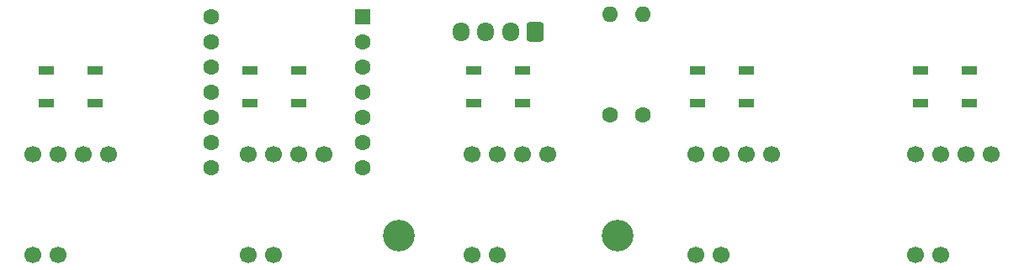
<source format=gbr>
%TF.GenerationSoftware,KiCad,Pcbnew,7.0.9*%
%TF.CreationDate,2025-01-19T15:35:17+09:00*%
%TF.ProjectId,03-FRONT,30332d46-524f-44e5-942e-6b696361645f,rev?*%
%TF.SameCoordinates,Original*%
%TF.FileFunction,Soldermask,Top*%
%TF.FilePolarity,Negative*%
%FSLAX46Y46*%
G04 Gerber Fmt 4.6, Leading zero omitted, Abs format (unit mm)*
G04 Created by KiCad (PCBNEW 7.0.9) date 2025-01-19 15:35:17*
%MOMM*%
%LPD*%
G01*
G04 APERTURE LIST*
G04 Aperture macros list*
%AMRoundRect*
0 Rectangle with rounded corners*
0 $1 Rounding radius*
0 $2 $3 $4 $5 $6 $7 $8 $9 X,Y pos of 4 corners*
0 Add a 4 corners polygon primitive as box body*
4,1,4,$2,$3,$4,$5,$6,$7,$8,$9,$2,$3,0*
0 Add four circle primitives for the rounded corners*
1,1,$1+$1,$2,$3*
1,1,$1+$1,$4,$5*
1,1,$1+$1,$6,$7*
1,1,$1+$1,$8,$9*
0 Add four rect primitives between the rounded corners*
20,1,$1+$1,$2,$3,$4,$5,0*
20,1,$1+$1,$4,$5,$6,$7,0*
20,1,$1+$1,$6,$7,$8,$9,0*
20,1,$1+$1,$8,$9,$2,$3,0*%
G04 Aperture macros list end*
%ADD10C,3.200000*%
%ADD11R,1.500000X0.900000*%
%ADD12C,1.700000*%
%ADD13C,1.600000*%
%ADD14O,1.600000X1.600000*%
%ADD15RoundRect,0.250000X0.600000X0.725000X-0.600000X0.725000X-0.600000X-0.725000X0.600000X-0.725000X0*%
%ADD16O,1.700000X1.950000*%
%ADD17R,1.600000X1.600000*%
G04 APERTURE END LIST*
D10*
%TO.C,H2*%
X90000000Y-95000000D03*
%TD*%
D11*
%TO.C,D1*%
X54550000Y-78350000D03*
X54550000Y-81650000D03*
X59450000Y-81650000D03*
X59450000Y-78350000D03*
%TD*%
D12*
%TO.C,U5*%
X149620000Y-86840000D03*
X147080000Y-86840000D03*
X144540000Y-86840000D03*
X142000000Y-86840000D03*
X144540000Y-97000000D03*
X142000000Y-97000000D03*
%TD*%
D11*
%TO.C,D4*%
X120050000Y-78350000D03*
X120050000Y-81650000D03*
X124950000Y-81650000D03*
X124950000Y-78350000D03*
%TD*%
%TO.C,D2*%
X75050000Y-78350000D03*
X75050000Y-81650000D03*
X79950000Y-81650000D03*
X79950000Y-78350000D03*
%TD*%
D12*
%TO.C,U2*%
X82500000Y-86840000D03*
X79960000Y-86840000D03*
X77420000Y-86840000D03*
X74880000Y-86840000D03*
X77420000Y-97000000D03*
X74880000Y-97000000D03*
%TD*%
D11*
%TO.C,D5*%
X142550000Y-78350000D03*
X142550000Y-81650000D03*
X147450000Y-81650000D03*
X147450000Y-78350000D03*
%TD*%
D10*
%TO.C,H1*%
X112000000Y-95000000D03*
%TD*%
D12*
%TO.C,U4*%
X127500000Y-86840000D03*
X124960000Y-86840000D03*
X122420000Y-86840000D03*
X119880000Y-86840000D03*
X122420000Y-97000000D03*
X119880000Y-97000000D03*
%TD*%
D11*
%TO.C,D3*%
X97550000Y-78350000D03*
X97550000Y-81650000D03*
X102450000Y-81650000D03*
X102450000Y-78350000D03*
%TD*%
D12*
%TO.C,U3*%
X105000000Y-86840000D03*
X102460000Y-86840000D03*
X99920000Y-86840000D03*
X97380000Y-86840000D03*
X99920000Y-97000000D03*
X97380000Y-97000000D03*
%TD*%
%TO.C,U1*%
X60810000Y-86840000D03*
X58270000Y-86840000D03*
X55730000Y-86840000D03*
X53190000Y-86840000D03*
X55730000Y-97000000D03*
X53190000Y-97000000D03*
%TD*%
D13*
%TO.C,R1*%
X114554000Y-82804000D03*
D14*
X114554000Y-72644000D03*
%TD*%
D15*
%TO.C,J1*%
X103750000Y-74475000D03*
D16*
X101250000Y-74475000D03*
X98750000Y-74475000D03*
X96250000Y-74475000D03*
%TD*%
D13*
%TO.C,R2*%
X111252000Y-82804000D03*
D14*
X111252000Y-72644000D03*
%TD*%
D17*
%TO.C,U6*%
X86360000Y-72898000D03*
D13*
X86360000Y-75438000D03*
X86360000Y-77978000D03*
X86360000Y-80518000D03*
X86360000Y-83058000D03*
X86360000Y-85598000D03*
X86360000Y-88138000D03*
X71120000Y-88138000D03*
X71120000Y-85598000D03*
X71120000Y-83058000D03*
X71120000Y-80518000D03*
X71120000Y-77978000D03*
X71120000Y-75438000D03*
X71120000Y-72898000D03*
%TD*%
M02*

</source>
